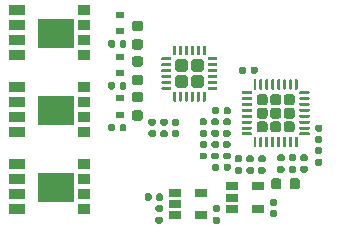
<source format=gbr>
%TF.GenerationSoftware,KiCad,Pcbnew,(5.1.6-0-10_14)*%
%TF.CreationDate,2021-03-14T15:43:45-04:00*%
%TF.ProjectId,F051_ESC,46303531-5f45-4534-932e-6b696361645f,rev?*%
%TF.SameCoordinates,Original*%
%TF.FileFunction,Paste,Bot*%
%TF.FilePolarity,Positive*%
%FSLAX46Y46*%
G04 Gerber Fmt 4.6, Leading zero omitted, Abs format (unit mm)*
G04 Created by KiCad (PCBNEW (5.1.6-0-10_14)) date 2021-03-14 15:43:45*
%MOMM*%
%LPD*%
G01*
G04 APERTURE LIST*
%ADD10C,0.010000*%
%ADD11R,1.060000X0.650000*%
%ADD12R,0.700000X0.600000*%
%ADD13R,1.050000X0.850000*%
%ADD14R,1.450000X0.850000*%
G04 APERTURE END LIST*
D10*
%TO.C,Q5*%
G36*
X227560000Y-74686000D02*
G01*
X230540000Y-74686000D01*
X230540000Y-72314000D01*
X227560000Y-72314000D01*
X227560000Y-74686000D01*
G37*
X227560000Y-74686000D02*
X230540000Y-74686000D01*
X230540000Y-72314000D01*
X227560000Y-72314000D01*
X227560000Y-74686000D01*
%TO.C,Q3*%
G36*
X227560000Y-81186000D02*
G01*
X230540000Y-81186000D01*
X230540000Y-78814000D01*
X227560000Y-78814000D01*
X227560000Y-81186000D01*
G37*
X227560000Y-81186000D02*
X230540000Y-81186000D01*
X230540000Y-78814000D01*
X227560000Y-78814000D01*
X227560000Y-81186000D01*
%TO.C,Q1*%
G36*
X227560000Y-87686000D02*
G01*
X230540000Y-87686000D01*
X230540000Y-85314000D01*
X227560000Y-85314000D01*
X227560000Y-87686000D01*
G37*
X227560000Y-87686000D02*
X230540000Y-87686000D01*
X230540000Y-85314000D01*
X227560000Y-85314000D01*
X227560000Y-87686000D01*
%TD*%
%TO.C,R3*%
G36*
G01*
X237647500Y-89050000D02*
X237992500Y-89050000D01*
G75*
G02*
X238140000Y-89197500I0J-147500D01*
G01*
X238140000Y-89492500D01*
G75*
G02*
X237992500Y-89640000I-147500J0D01*
G01*
X237647500Y-89640000D01*
G75*
G02*
X237500000Y-89492500I0J147500D01*
G01*
X237500000Y-89197500D01*
G75*
G02*
X237647500Y-89050000I147500J0D01*
G01*
G37*
G36*
G01*
X237647500Y-88080000D02*
X237992500Y-88080000D01*
G75*
G02*
X238140000Y-88227500I0J-147500D01*
G01*
X238140000Y-88522500D01*
G75*
G02*
X237992500Y-88670000I-147500J0D01*
G01*
X237647500Y-88670000D01*
G75*
G02*
X237500000Y-88522500I0J147500D01*
G01*
X237500000Y-88227500D01*
G75*
G02*
X237647500Y-88080000I147500J0D01*
G01*
G37*
%TD*%
D11*
%TO.C,U7*%
X241340000Y-88940000D03*
X241340000Y-87040000D03*
X239140000Y-87040000D03*
X239140000Y-87990000D03*
X239140000Y-88940000D03*
%TD*%
%TO.C,C8*%
G36*
G01*
X237170000Y-87237500D02*
X237170000Y-87582500D01*
G75*
G02*
X237022500Y-87730000I-147500J0D01*
G01*
X236727500Y-87730000D01*
G75*
G02*
X236580000Y-87582500I0J147500D01*
G01*
X236580000Y-87237500D01*
G75*
G02*
X236727500Y-87090000I147500J0D01*
G01*
X237022500Y-87090000D01*
G75*
G02*
X237170000Y-87237500I0J-147500D01*
G01*
G37*
G36*
G01*
X238140000Y-87237500D02*
X238140000Y-87582500D01*
G75*
G02*
X237992500Y-87730000I-147500J0D01*
G01*
X237697500Y-87730000D01*
G75*
G02*
X237550000Y-87582500I0J147500D01*
G01*
X237550000Y-87237500D01*
G75*
G02*
X237697500Y-87090000I147500J0D01*
G01*
X237992500Y-87090000D01*
G75*
G02*
X238140000Y-87237500I0J-147500D01*
G01*
G37*
%TD*%
%TO.C,R2*%
G36*
G01*
X242487500Y-89050000D02*
X242832500Y-89050000D01*
G75*
G02*
X242980000Y-89197500I0J-147500D01*
G01*
X242980000Y-89492500D01*
G75*
G02*
X242832500Y-89640000I-147500J0D01*
G01*
X242487500Y-89640000D01*
G75*
G02*
X242340000Y-89492500I0J147500D01*
G01*
X242340000Y-89197500D01*
G75*
G02*
X242487500Y-89050000I147500J0D01*
G01*
G37*
G36*
G01*
X242487500Y-88080000D02*
X242832500Y-88080000D01*
G75*
G02*
X242980000Y-88227500I0J-147500D01*
G01*
X242980000Y-88522500D01*
G75*
G02*
X242832500Y-88670000I-147500J0D01*
G01*
X242487500Y-88670000D01*
G75*
G02*
X242340000Y-88522500I0J147500D01*
G01*
X242340000Y-88227500D01*
G75*
G02*
X242487500Y-88080000I147500J0D01*
G01*
G37*
%TD*%
%TO.C,C7*%
G36*
G01*
X247327500Y-88490000D02*
X247672500Y-88490000D01*
G75*
G02*
X247820000Y-88637500I0J-147500D01*
G01*
X247820000Y-88932500D01*
G75*
G02*
X247672500Y-89080000I-147500J0D01*
G01*
X247327500Y-89080000D01*
G75*
G02*
X247180000Y-88932500I0J147500D01*
G01*
X247180000Y-88637500D01*
G75*
G02*
X247327500Y-88490000I147500J0D01*
G01*
G37*
G36*
G01*
X247327500Y-87520000D02*
X247672500Y-87520000D01*
G75*
G02*
X247820000Y-87667500I0J-147500D01*
G01*
X247820000Y-87962500D01*
G75*
G02*
X247672500Y-88110000I-147500J0D01*
G01*
X247327500Y-88110000D01*
G75*
G02*
X247180000Y-87962500I0J147500D01*
G01*
X247180000Y-87667500D01*
G75*
G02*
X247327500Y-87520000I147500J0D01*
G01*
G37*
%TD*%
%TO.C,FB1*%
G36*
G01*
X248860000Y-86526250D02*
X248860000Y-86013750D01*
G75*
G02*
X249078750Y-85795000I218750J0D01*
G01*
X249516250Y-85795000D01*
G75*
G02*
X249735000Y-86013750I0J-218750D01*
G01*
X249735000Y-86526250D01*
G75*
G02*
X249516250Y-86745000I-218750J0D01*
G01*
X249078750Y-86745000D01*
G75*
G02*
X248860000Y-86526250I0J218750D01*
G01*
G37*
G36*
G01*
X247285000Y-86526250D02*
X247285000Y-86013750D01*
G75*
G02*
X247503750Y-85795000I218750J0D01*
G01*
X247941250Y-85795000D01*
G75*
G02*
X248160000Y-86013750I0J-218750D01*
G01*
X248160000Y-86526250D01*
G75*
G02*
X247941250Y-86745000I-218750J0D01*
G01*
X247503750Y-86745000D01*
G75*
G02*
X247285000Y-86526250I0J218750D01*
G01*
G37*
%TD*%
%TO.C,C6*%
G36*
G01*
X248927500Y-84750000D02*
X249272500Y-84750000D01*
G75*
G02*
X249420000Y-84897500I0J-147500D01*
G01*
X249420000Y-85192500D01*
G75*
G02*
X249272500Y-85340000I-147500J0D01*
G01*
X248927500Y-85340000D01*
G75*
G02*
X248780000Y-85192500I0J147500D01*
G01*
X248780000Y-84897500D01*
G75*
G02*
X248927500Y-84750000I147500J0D01*
G01*
G37*
G36*
G01*
X248927500Y-83780000D02*
X249272500Y-83780000D01*
G75*
G02*
X249420000Y-83927500I0J-147500D01*
G01*
X249420000Y-84222500D01*
G75*
G02*
X249272500Y-84370000I-147500J0D01*
G01*
X248927500Y-84370000D01*
G75*
G02*
X248780000Y-84222500I0J147500D01*
G01*
X248780000Y-83927500D01*
G75*
G02*
X248927500Y-83780000I147500J0D01*
G01*
G37*
%TD*%
%TO.C,U5*%
X246180000Y-88380000D03*
X246180000Y-86480000D03*
X243980000Y-86480000D03*
X243980000Y-87430000D03*
X243980000Y-88380000D03*
%TD*%
D12*
%TO.C,D4*%
X234500000Y-79040000D03*
X234500000Y-80440000D03*
%TD*%
%TO.C,D3*%
X234500000Y-71960000D03*
X234500000Y-73360000D03*
%TD*%
%TO.C,D2*%
X234500000Y-75500000D03*
X234500000Y-76900000D03*
%TD*%
%TO.C,C12*%
G36*
G01*
X235723750Y-77040000D02*
X236236250Y-77040000D01*
G75*
G02*
X236455000Y-77258750I0J-218750D01*
G01*
X236455000Y-77696250D01*
G75*
G02*
X236236250Y-77915000I-218750J0D01*
G01*
X235723750Y-77915000D01*
G75*
G02*
X235505000Y-77696250I0J218750D01*
G01*
X235505000Y-77258750D01*
G75*
G02*
X235723750Y-77040000I218750J0D01*
G01*
G37*
G36*
G01*
X235723750Y-75465000D02*
X236236250Y-75465000D01*
G75*
G02*
X236455000Y-75683750I0J-218750D01*
G01*
X236455000Y-76121250D01*
G75*
G02*
X236236250Y-76340000I-218750J0D01*
G01*
X235723750Y-76340000D01*
G75*
G02*
X235505000Y-76121250I0J218750D01*
G01*
X235505000Y-75683750D01*
G75*
G02*
X235723750Y-75465000I218750J0D01*
G01*
G37*
%TD*%
%TO.C,C11*%
G36*
G01*
X242890000Y-79897500D02*
X242890000Y-80242500D01*
G75*
G02*
X242742500Y-80390000I-147500J0D01*
G01*
X242447500Y-80390000D01*
G75*
G02*
X242300000Y-80242500I0J147500D01*
G01*
X242300000Y-79897500D01*
G75*
G02*
X242447500Y-79750000I147500J0D01*
G01*
X242742500Y-79750000D01*
G75*
G02*
X242890000Y-79897500I0J-147500D01*
G01*
G37*
G36*
G01*
X243860000Y-79897500D02*
X243860000Y-80242500D01*
G75*
G02*
X243712500Y-80390000I-147500J0D01*
G01*
X243417500Y-80390000D01*
G75*
G02*
X243270000Y-80242500I0J147500D01*
G01*
X243270000Y-79897500D01*
G75*
G02*
X243417500Y-79750000I147500J0D01*
G01*
X243712500Y-79750000D01*
G75*
G02*
X243860000Y-79897500I0J-147500D01*
G01*
G37*
%TD*%
%TO.C,R15*%
G36*
G01*
X242377500Y-83620000D02*
X242722500Y-83620000D01*
G75*
G02*
X242870000Y-83767500I0J-147500D01*
G01*
X242870000Y-84062500D01*
G75*
G02*
X242722500Y-84210000I-147500J0D01*
G01*
X242377500Y-84210000D01*
G75*
G02*
X242230000Y-84062500I0J147500D01*
G01*
X242230000Y-83767500D01*
G75*
G02*
X242377500Y-83620000I147500J0D01*
G01*
G37*
G36*
G01*
X242377500Y-82650000D02*
X242722500Y-82650000D01*
G75*
G02*
X242870000Y-82797500I0J-147500D01*
G01*
X242870000Y-83092500D01*
G75*
G02*
X242722500Y-83240000I-147500J0D01*
G01*
X242377500Y-83240000D01*
G75*
G02*
X242230000Y-83092500I0J147500D01*
G01*
X242230000Y-82797500D01*
G75*
G02*
X242377500Y-82650000I147500J0D01*
G01*
G37*
%TD*%
D13*
%TO.C,Q5*%
X231450000Y-75405000D03*
X231450000Y-74135000D03*
X231450000Y-72865000D03*
X231450000Y-71595000D03*
D14*
X225750000Y-71595000D03*
X225750000Y-72865000D03*
X225750000Y-74135000D03*
X225750000Y-75405000D03*
%TD*%
D13*
%TO.C,Q3*%
X231450000Y-81905000D03*
X231450000Y-80635000D03*
X231450000Y-79365000D03*
X231450000Y-78095000D03*
D14*
X225750000Y-78095000D03*
X225750000Y-79365000D03*
X225750000Y-80635000D03*
X225750000Y-81905000D03*
%TD*%
D13*
%TO.C,Q1*%
X231450000Y-88405000D03*
X231450000Y-87135000D03*
X231450000Y-85865000D03*
X231450000Y-84595000D03*
D14*
X225750000Y-84595000D03*
X225750000Y-85865000D03*
X225750000Y-87135000D03*
X225750000Y-88405000D03*
%TD*%
%TO.C,C1*%
G36*
G01*
X251147500Y-84140000D02*
X251492500Y-84140000D01*
G75*
G02*
X251640000Y-84287500I0J-147500D01*
G01*
X251640000Y-84582500D01*
G75*
G02*
X251492500Y-84730000I-147500J0D01*
G01*
X251147500Y-84730000D01*
G75*
G02*
X251000000Y-84582500I0J147500D01*
G01*
X251000000Y-84287500D01*
G75*
G02*
X251147500Y-84140000I147500J0D01*
G01*
G37*
G36*
G01*
X251147500Y-83170000D02*
X251492500Y-83170000D01*
G75*
G02*
X251640000Y-83317500I0J-147500D01*
G01*
X251640000Y-83612500D01*
G75*
G02*
X251492500Y-83760000I-147500J0D01*
G01*
X251147500Y-83760000D01*
G75*
G02*
X251000000Y-83612500I0J147500D01*
G01*
X251000000Y-83317500D01*
G75*
G02*
X251147500Y-83170000I147500J0D01*
G01*
G37*
%TD*%
%TO.C,R24*%
G36*
G01*
X242890000Y-84707500D02*
X242890000Y-85052500D01*
G75*
G02*
X242742500Y-85200000I-147500J0D01*
G01*
X242447500Y-85200000D01*
G75*
G02*
X242300000Y-85052500I0J147500D01*
G01*
X242300000Y-84707500D01*
G75*
G02*
X242447500Y-84560000I147500J0D01*
G01*
X242742500Y-84560000D01*
G75*
G02*
X242890000Y-84707500I0J-147500D01*
G01*
G37*
G36*
G01*
X243860000Y-84707500D02*
X243860000Y-85052500D01*
G75*
G02*
X243712500Y-85200000I-147500J0D01*
G01*
X243417500Y-85200000D01*
G75*
G02*
X243270000Y-85052500I0J147500D01*
G01*
X243270000Y-84707500D01*
G75*
G02*
X243417500Y-84560000I147500J0D01*
G01*
X243712500Y-84560000D01*
G75*
G02*
X243860000Y-84707500I0J-147500D01*
G01*
G37*
%TD*%
%TO.C,R23*%
G36*
G01*
X251147500Y-82230000D02*
X251492500Y-82230000D01*
G75*
G02*
X251640000Y-82377500I0J-147500D01*
G01*
X251640000Y-82672500D01*
G75*
G02*
X251492500Y-82820000I-147500J0D01*
G01*
X251147500Y-82820000D01*
G75*
G02*
X251000000Y-82672500I0J147500D01*
G01*
X251000000Y-82377500D01*
G75*
G02*
X251147500Y-82230000I147500J0D01*
G01*
G37*
G36*
G01*
X251147500Y-81260000D02*
X251492500Y-81260000D01*
G75*
G02*
X251640000Y-81407500I0J-147500D01*
G01*
X251640000Y-81702500D01*
G75*
G02*
X251492500Y-81850000I-147500J0D01*
G01*
X251147500Y-81850000D01*
G75*
G02*
X251000000Y-81702500I0J147500D01*
G01*
X251000000Y-81407500D01*
G75*
G02*
X251147500Y-81260000I147500J0D01*
G01*
G37*
%TD*%
%TO.C,R21*%
G36*
G01*
X244357500Y-84840000D02*
X244702500Y-84840000D01*
G75*
G02*
X244850000Y-84987500I0J-147500D01*
G01*
X244850000Y-85282500D01*
G75*
G02*
X244702500Y-85430000I-147500J0D01*
G01*
X244357500Y-85430000D01*
G75*
G02*
X244210000Y-85282500I0J147500D01*
G01*
X244210000Y-84987500D01*
G75*
G02*
X244357500Y-84840000I147500J0D01*
G01*
G37*
G36*
G01*
X244357500Y-83870000D02*
X244702500Y-83870000D01*
G75*
G02*
X244850000Y-84017500I0J-147500D01*
G01*
X244850000Y-84312500D01*
G75*
G02*
X244702500Y-84460000I-147500J0D01*
G01*
X244357500Y-84460000D01*
G75*
G02*
X244210000Y-84312500I0J147500D01*
G01*
X244210000Y-84017500D01*
G75*
G02*
X244357500Y-83870000I147500J0D01*
G01*
G37*
%TD*%
%TO.C,R20*%
G36*
G01*
X243712500Y-83240000D02*
X243367500Y-83240000D01*
G75*
G02*
X243220000Y-83092500I0J147500D01*
G01*
X243220000Y-82797500D01*
G75*
G02*
X243367500Y-82650000I147500J0D01*
G01*
X243712500Y-82650000D01*
G75*
G02*
X243860000Y-82797500I0J-147500D01*
G01*
X243860000Y-83092500D01*
G75*
G02*
X243712500Y-83240000I-147500J0D01*
G01*
G37*
G36*
G01*
X243712500Y-84210000D02*
X243367500Y-84210000D01*
G75*
G02*
X243220000Y-84062500I0J147500D01*
G01*
X243220000Y-83767500D01*
G75*
G02*
X243367500Y-83620000I147500J0D01*
G01*
X243712500Y-83620000D01*
G75*
G02*
X243860000Y-83767500I0J-147500D01*
G01*
X243860000Y-84062500D01*
G75*
G02*
X243712500Y-84210000I-147500J0D01*
G01*
G37*
%TD*%
%TO.C,R19*%
G36*
G01*
X246682500Y-84460000D02*
X246337500Y-84460000D01*
G75*
G02*
X246190000Y-84312500I0J147500D01*
G01*
X246190000Y-84017500D01*
G75*
G02*
X246337500Y-83870000I147500J0D01*
G01*
X246682500Y-83870000D01*
G75*
G02*
X246830000Y-84017500I0J-147500D01*
G01*
X246830000Y-84312500D01*
G75*
G02*
X246682500Y-84460000I-147500J0D01*
G01*
G37*
G36*
G01*
X246682500Y-85430000D02*
X246337500Y-85430000D01*
G75*
G02*
X246190000Y-85282500I0J147500D01*
G01*
X246190000Y-84987500D01*
G75*
G02*
X246337500Y-84840000I147500J0D01*
G01*
X246682500Y-84840000D01*
G75*
G02*
X246830000Y-84987500I0J-147500D01*
G01*
X246830000Y-85282500D01*
G75*
G02*
X246682500Y-85430000I-147500J0D01*
G01*
G37*
%TD*%
%TO.C,R18*%
G36*
G01*
X245692500Y-84460000D02*
X245347500Y-84460000D01*
G75*
G02*
X245200000Y-84312500I0J147500D01*
G01*
X245200000Y-84017500D01*
G75*
G02*
X245347500Y-83870000I147500J0D01*
G01*
X245692500Y-83870000D01*
G75*
G02*
X245840000Y-84017500I0J-147500D01*
G01*
X245840000Y-84312500D01*
G75*
G02*
X245692500Y-84460000I-147500J0D01*
G01*
G37*
G36*
G01*
X245692500Y-85430000D02*
X245347500Y-85430000D01*
G75*
G02*
X245200000Y-85282500I0J147500D01*
G01*
X245200000Y-84987500D01*
G75*
G02*
X245347500Y-84840000I147500J0D01*
G01*
X245692500Y-84840000D01*
G75*
G02*
X245840000Y-84987500I0J-147500D01*
G01*
X245840000Y-85282500D01*
G75*
G02*
X245692500Y-85430000I-147500J0D01*
G01*
G37*
%TD*%
%TO.C,R17*%
G36*
G01*
X241387500Y-83620000D02*
X241732500Y-83620000D01*
G75*
G02*
X241880000Y-83767500I0J-147500D01*
G01*
X241880000Y-84062500D01*
G75*
G02*
X241732500Y-84210000I-147500J0D01*
G01*
X241387500Y-84210000D01*
G75*
G02*
X241240000Y-84062500I0J147500D01*
G01*
X241240000Y-83767500D01*
G75*
G02*
X241387500Y-83620000I147500J0D01*
G01*
G37*
G36*
G01*
X241387500Y-82650000D02*
X241732500Y-82650000D01*
G75*
G02*
X241880000Y-82797500I0J-147500D01*
G01*
X241880000Y-83092500D01*
G75*
G02*
X241732500Y-83240000I-147500J0D01*
G01*
X241387500Y-83240000D01*
G75*
G02*
X241240000Y-83092500I0J147500D01*
G01*
X241240000Y-82797500D01*
G75*
G02*
X241387500Y-82650000I147500J0D01*
G01*
G37*
%TD*%
%TO.C,R16*%
G36*
G01*
X243367500Y-81710000D02*
X243712500Y-81710000D01*
G75*
G02*
X243860000Y-81857500I0J-147500D01*
G01*
X243860000Y-82152500D01*
G75*
G02*
X243712500Y-82300000I-147500J0D01*
G01*
X243367500Y-82300000D01*
G75*
G02*
X243220000Y-82152500I0J147500D01*
G01*
X243220000Y-81857500D01*
G75*
G02*
X243367500Y-81710000I147500J0D01*
G01*
G37*
G36*
G01*
X243367500Y-80740000D02*
X243712500Y-80740000D01*
G75*
G02*
X243860000Y-80887500I0J-147500D01*
G01*
X243860000Y-81182500D01*
G75*
G02*
X243712500Y-81330000I-147500J0D01*
G01*
X243367500Y-81330000D01*
G75*
G02*
X243220000Y-81182500I0J147500D01*
G01*
X243220000Y-80887500D01*
G75*
G02*
X243367500Y-80740000I147500J0D01*
G01*
G37*
%TD*%
%TO.C,R14*%
G36*
G01*
X241732500Y-81330000D02*
X241387500Y-81330000D01*
G75*
G02*
X241240000Y-81182500I0J147500D01*
G01*
X241240000Y-80887500D01*
G75*
G02*
X241387500Y-80740000I147500J0D01*
G01*
X241732500Y-80740000D01*
G75*
G02*
X241880000Y-80887500I0J-147500D01*
G01*
X241880000Y-81182500D01*
G75*
G02*
X241732500Y-81330000I-147500J0D01*
G01*
G37*
G36*
G01*
X241732500Y-82300000D02*
X241387500Y-82300000D01*
G75*
G02*
X241240000Y-82152500I0J147500D01*
G01*
X241240000Y-81857500D01*
G75*
G02*
X241387500Y-81710000I147500J0D01*
G01*
X241732500Y-81710000D01*
G75*
G02*
X241880000Y-81857500I0J-147500D01*
G01*
X241880000Y-82152500D01*
G75*
G02*
X241732500Y-82300000I-147500J0D01*
G01*
G37*
%TD*%
%TO.C,R13*%
G36*
G01*
X242722500Y-81330000D02*
X242377500Y-81330000D01*
G75*
G02*
X242230000Y-81182500I0J147500D01*
G01*
X242230000Y-80887500D01*
G75*
G02*
X242377500Y-80740000I147500J0D01*
G01*
X242722500Y-80740000D01*
G75*
G02*
X242870000Y-80887500I0J-147500D01*
G01*
X242870000Y-81182500D01*
G75*
G02*
X242722500Y-81330000I-147500J0D01*
G01*
G37*
G36*
G01*
X242722500Y-82300000D02*
X242377500Y-82300000D01*
G75*
G02*
X242230000Y-82152500I0J147500D01*
G01*
X242230000Y-81857500D01*
G75*
G02*
X242377500Y-81710000I147500J0D01*
G01*
X242722500Y-81710000D01*
G75*
G02*
X242870000Y-81857500I0J-147500D01*
G01*
X242870000Y-82152500D01*
G75*
G02*
X242722500Y-82300000I-147500J0D01*
G01*
G37*
%TD*%
%TO.C,R12*%
G36*
G01*
X239382500Y-81350000D02*
X239037500Y-81350000D01*
G75*
G02*
X238890000Y-81202500I0J147500D01*
G01*
X238890000Y-80907500D01*
G75*
G02*
X239037500Y-80760000I147500J0D01*
G01*
X239382500Y-80760000D01*
G75*
G02*
X239530000Y-80907500I0J-147500D01*
G01*
X239530000Y-81202500D01*
G75*
G02*
X239382500Y-81350000I-147500J0D01*
G01*
G37*
G36*
G01*
X239382500Y-82320000D02*
X239037500Y-82320000D01*
G75*
G02*
X238890000Y-82172500I0J147500D01*
G01*
X238890000Y-81877500D01*
G75*
G02*
X239037500Y-81730000I147500J0D01*
G01*
X239382500Y-81730000D01*
G75*
G02*
X239530000Y-81877500I0J-147500D01*
G01*
X239530000Y-82172500D01*
G75*
G02*
X239382500Y-82320000I-147500J0D01*
G01*
G37*
%TD*%
%TO.C,R11*%
G36*
G01*
X234460000Y-81682500D02*
X234460000Y-81337500D01*
G75*
G02*
X234607500Y-81190000I147500J0D01*
G01*
X234902500Y-81190000D01*
G75*
G02*
X235050000Y-81337500I0J-147500D01*
G01*
X235050000Y-81682500D01*
G75*
G02*
X234902500Y-81830000I-147500J0D01*
G01*
X234607500Y-81830000D01*
G75*
G02*
X234460000Y-81682500I0J147500D01*
G01*
G37*
G36*
G01*
X233490000Y-81682500D02*
X233490000Y-81337500D01*
G75*
G02*
X233637500Y-81190000I147500J0D01*
G01*
X233932500Y-81190000D01*
G75*
G02*
X234080000Y-81337500I0J-147500D01*
G01*
X234080000Y-81682500D01*
G75*
G02*
X233932500Y-81830000I-147500J0D01*
G01*
X233637500Y-81830000D01*
G75*
G02*
X233490000Y-81682500I0J147500D01*
G01*
G37*
%TD*%
%TO.C,R10*%
G36*
G01*
X238392500Y-81350000D02*
X238047500Y-81350000D01*
G75*
G02*
X237900000Y-81202500I0J147500D01*
G01*
X237900000Y-80907500D01*
G75*
G02*
X238047500Y-80760000I147500J0D01*
G01*
X238392500Y-80760000D01*
G75*
G02*
X238540000Y-80907500I0J-147500D01*
G01*
X238540000Y-81202500D01*
G75*
G02*
X238392500Y-81350000I-147500J0D01*
G01*
G37*
G36*
G01*
X238392500Y-82320000D02*
X238047500Y-82320000D01*
G75*
G02*
X237900000Y-82172500I0J147500D01*
G01*
X237900000Y-81877500D01*
G75*
G02*
X238047500Y-81730000I147500J0D01*
G01*
X238392500Y-81730000D01*
G75*
G02*
X238540000Y-81877500I0J-147500D01*
G01*
X238540000Y-82172500D01*
G75*
G02*
X238392500Y-82320000I-147500J0D01*
G01*
G37*
%TD*%
%TO.C,R9*%
G36*
G01*
X234460000Y-78142500D02*
X234460000Y-77797500D01*
G75*
G02*
X234607500Y-77650000I147500J0D01*
G01*
X234902500Y-77650000D01*
G75*
G02*
X235050000Y-77797500I0J-147500D01*
G01*
X235050000Y-78142500D01*
G75*
G02*
X234902500Y-78290000I-147500J0D01*
G01*
X234607500Y-78290000D01*
G75*
G02*
X234460000Y-78142500I0J147500D01*
G01*
G37*
G36*
G01*
X233490000Y-78142500D02*
X233490000Y-77797500D01*
G75*
G02*
X233637500Y-77650000I147500J0D01*
G01*
X233932500Y-77650000D01*
G75*
G02*
X234080000Y-77797500I0J-147500D01*
G01*
X234080000Y-78142500D01*
G75*
G02*
X233932500Y-78290000I-147500J0D01*
G01*
X233637500Y-78290000D01*
G75*
G02*
X233490000Y-78142500I0J147500D01*
G01*
G37*
%TD*%
%TO.C,R8*%
G36*
G01*
X237402500Y-81350000D02*
X237057500Y-81350000D01*
G75*
G02*
X236910000Y-81202500I0J147500D01*
G01*
X236910000Y-80907500D01*
G75*
G02*
X237057500Y-80760000I147500J0D01*
G01*
X237402500Y-80760000D01*
G75*
G02*
X237550000Y-80907500I0J-147500D01*
G01*
X237550000Y-81202500D01*
G75*
G02*
X237402500Y-81350000I-147500J0D01*
G01*
G37*
G36*
G01*
X237402500Y-82320000D02*
X237057500Y-82320000D01*
G75*
G02*
X236910000Y-82172500I0J147500D01*
G01*
X236910000Y-81877500D01*
G75*
G02*
X237057500Y-81730000I147500J0D01*
G01*
X237402500Y-81730000D01*
G75*
G02*
X237550000Y-81877500I0J-147500D01*
G01*
X237550000Y-82172500D01*
G75*
G02*
X237402500Y-82320000I-147500J0D01*
G01*
G37*
%TD*%
%TO.C,R7*%
G36*
G01*
X234460000Y-74602500D02*
X234460000Y-74257500D01*
G75*
G02*
X234607500Y-74110000I147500J0D01*
G01*
X234902500Y-74110000D01*
G75*
G02*
X235050000Y-74257500I0J-147500D01*
G01*
X235050000Y-74602500D01*
G75*
G02*
X234902500Y-74750000I-147500J0D01*
G01*
X234607500Y-74750000D01*
G75*
G02*
X234460000Y-74602500I0J147500D01*
G01*
G37*
G36*
G01*
X233490000Y-74602500D02*
X233490000Y-74257500D01*
G75*
G02*
X233637500Y-74110000I147500J0D01*
G01*
X233932500Y-74110000D01*
G75*
G02*
X234080000Y-74257500I0J-147500D01*
G01*
X234080000Y-74602500D01*
G75*
G02*
X233932500Y-74750000I-147500J0D01*
G01*
X233637500Y-74750000D01*
G75*
G02*
X233490000Y-74602500I0J147500D01*
G01*
G37*
%TD*%
%TO.C,C15*%
G36*
G01*
X249917500Y-84750000D02*
X250262500Y-84750000D01*
G75*
G02*
X250410000Y-84897500I0J-147500D01*
G01*
X250410000Y-85192500D01*
G75*
G02*
X250262500Y-85340000I-147500J0D01*
G01*
X249917500Y-85340000D01*
G75*
G02*
X249770000Y-85192500I0J147500D01*
G01*
X249770000Y-84897500D01*
G75*
G02*
X249917500Y-84750000I147500J0D01*
G01*
G37*
G36*
G01*
X249917500Y-83780000D02*
X250262500Y-83780000D01*
G75*
G02*
X250410000Y-83927500I0J-147500D01*
G01*
X250410000Y-84222500D01*
G75*
G02*
X250262500Y-84370000I-147500J0D01*
G01*
X249917500Y-84370000D01*
G75*
G02*
X249770000Y-84222500I0J147500D01*
G01*
X249770000Y-83927500D01*
G75*
G02*
X249917500Y-83780000I147500J0D01*
G01*
G37*
%TD*%
%TO.C,C14*%
G36*
G01*
X235723750Y-80050000D02*
X236236250Y-80050000D01*
G75*
G02*
X236455000Y-80268750I0J-218750D01*
G01*
X236455000Y-80706250D01*
G75*
G02*
X236236250Y-80925000I-218750J0D01*
G01*
X235723750Y-80925000D01*
G75*
G02*
X235505000Y-80706250I0J218750D01*
G01*
X235505000Y-80268750D01*
G75*
G02*
X235723750Y-80050000I218750J0D01*
G01*
G37*
G36*
G01*
X235723750Y-78475000D02*
X236236250Y-78475000D01*
G75*
G02*
X236455000Y-78693750I0J-218750D01*
G01*
X236455000Y-79131250D01*
G75*
G02*
X236236250Y-79350000I-218750J0D01*
G01*
X235723750Y-79350000D01*
G75*
G02*
X235505000Y-79131250I0J218750D01*
G01*
X235505000Y-78693750D01*
G75*
G02*
X235723750Y-78475000I218750J0D01*
G01*
G37*
%TD*%
%TO.C,C13*%
G36*
G01*
X235723750Y-74030000D02*
X236236250Y-74030000D01*
G75*
G02*
X236455000Y-74248750I0J-218750D01*
G01*
X236455000Y-74686250D01*
G75*
G02*
X236236250Y-74905000I-218750J0D01*
G01*
X235723750Y-74905000D01*
G75*
G02*
X235505000Y-74686250I0J218750D01*
G01*
X235505000Y-74248750D01*
G75*
G02*
X235723750Y-74030000I218750J0D01*
G01*
G37*
G36*
G01*
X235723750Y-72455000D02*
X236236250Y-72455000D01*
G75*
G02*
X236455000Y-72673750I0J-218750D01*
G01*
X236455000Y-73111250D01*
G75*
G02*
X236236250Y-73330000I-218750J0D01*
G01*
X235723750Y-73330000D01*
G75*
G02*
X235505000Y-73111250I0J218750D01*
G01*
X235505000Y-72673750D01*
G75*
G02*
X235723750Y-72455000I218750J0D01*
G01*
G37*
%TD*%
%TO.C,C3*%
G36*
G01*
X247937500Y-84750000D02*
X248282500Y-84750000D01*
G75*
G02*
X248430000Y-84897500I0J-147500D01*
G01*
X248430000Y-85192500D01*
G75*
G02*
X248282500Y-85340000I-147500J0D01*
G01*
X247937500Y-85340000D01*
G75*
G02*
X247790000Y-85192500I0J147500D01*
G01*
X247790000Y-84897500D01*
G75*
G02*
X247937500Y-84750000I147500J0D01*
G01*
G37*
G36*
G01*
X247937500Y-83780000D02*
X248282500Y-83780000D01*
G75*
G02*
X248430000Y-83927500I0J-147500D01*
G01*
X248430000Y-84222500D01*
G75*
G02*
X248282500Y-84370000I-147500J0D01*
G01*
X247937500Y-84370000D01*
G75*
G02*
X247790000Y-84222500I0J147500D01*
G01*
X247790000Y-83927500D01*
G75*
G02*
X247937500Y-83780000I147500J0D01*
G01*
G37*
%TD*%
%TO.C,C2*%
G36*
G01*
X245180000Y-76487500D02*
X245180000Y-76832500D01*
G75*
G02*
X245032500Y-76980000I-147500J0D01*
G01*
X244737500Y-76980000D01*
G75*
G02*
X244590000Y-76832500I0J147500D01*
G01*
X244590000Y-76487500D01*
G75*
G02*
X244737500Y-76340000I147500J0D01*
G01*
X245032500Y-76340000D01*
G75*
G02*
X245180000Y-76487500I0J-147500D01*
G01*
G37*
G36*
G01*
X246150000Y-76487500D02*
X246150000Y-76832500D01*
G75*
G02*
X246002500Y-76980000I-147500J0D01*
G01*
X245707500Y-76980000D01*
G75*
G02*
X245560000Y-76832500I0J147500D01*
G01*
X245560000Y-76487500D01*
G75*
G02*
X245707500Y-76340000I147500J0D01*
G01*
X246002500Y-76340000D01*
G75*
G02*
X246150000Y-76487500I0J-147500D01*
G01*
G37*
%TD*%
%TO.C,U2*%
G36*
G01*
X249492500Y-83175000D02*
X249367500Y-83175000D01*
G75*
G02*
X249305000Y-83112500I0J62500D01*
G01*
X249305000Y-82362500D01*
G75*
G02*
X249367500Y-82300000I62500J0D01*
G01*
X249492500Y-82300000D01*
G75*
G02*
X249555000Y-82362500I0J-62500D01*
G01*
X249555000Y-83112500D01*
G75*
G02*
X249492500Y-83175000I-62500J0D01*
G01*
G37*
G36*
G01*
X248992500Y-83175000D02*
X248867500Y-83175000D01*
G75*
G02*
X248805000Y-83112500I0J62500D01*
G01*
X248805000Y-82362500D01*
G75*
G02*
X248867500Y-82300000I62500J0D01*
G01*
X248992500Y-82300000D01*
G75*
G02*
X249055000Y-82362500I0J-62500D01*
G01*
X249055000Y-83112500D01*
G75*
G02*
X248992500Y-83175000I-62500J0D01*
G01*
G37*
G36*
G01*
X248492500Y-83175000D02*
X248367500Y-83175000D01*
G75*
G02*
X248305000Y-83112500I0J62500D01*
G01*
X248305000Y-82362500D01*
G75*
G02*
X248367500Y-82300000I62500J0D01*
G01*
X248492500Y-82300000D01*
G75*
G02*
X248555000Y-82362500I0J-62500D01*
G01*
X248555000Y-83112500D01*
G75*
G02*
X248492500Y-83175000I-62500J0D01*
G01*
G37*
G36*
G01*
X247992500Y-83175000D02*
X247867500Y-83175000D01*
G75*
G02*
X247805000Y-83112500I0J62500D01*
G01*
X247805000Y-82362500D01*
G75*
G02*
X247867500Y-82300000I62500J0D01*
G01*
X247992500Y-82300000D01*
G75*
G02*
X248055000Y-82362500I0J-62500D01*
G01*
X248055000Y-83112500D01*
G75*
G02*
X247992500Y-83175000I-62500J0D01*
G01*
G37*
G36*
G01*
X247492500Y-83175000D02*
X247367500Y-83175000D01*
G75*
G02*
X247305000Y-83112500I0J62500D01*
G01*
X247305000Y-82362500D01*
G75*
G02*
X247367500Y-82300000I62500J0D01*
G01*
X247492500Y-82300000D01*
G75*
G02*
X247555000Y-82362500I0J-62500D01*
G01*
X247555000Y-83112500D01*
G75*
G02*
X247492500Y-83175000I-62500J0D01*
G01*
G37*
G36*
G01*
X246992500Y-83175000D02*
X246867500Y-83175000D01*
G75*
G02*
X246805000Y-83112500I0J62500D01*
G01*
X246805000Y-82362500D01*
G75*
G02*
X246867500Y-82300000I62500J0D01*
G01*
X246992500Y-82300000D01*
G75*
G02*
X247055000Y-82362500I0J-62500D01*
G01*
X247055000Y-83112500D01*
G75*
G02*
X246992500Y-83175000I-62500J0D01*
G01*
G37*
G36*
G01*
X246492500Y-83175000D02*
X246367500Y-83175000D01*
G75*
G02*
X246305000Y-83112500I0J62500D01*
G01*
X246305000Y-82362500D01*
G75*
G02*
X246367500Y-82300000I62500J0D01*
G01*
X246492500Y-82300000D01*
G75*
G02*
X246555000Y-82362500I0J-62500D01*
G01*
X246555000Y-83112500D01*
G75*
G02*
X246492500Y-83175000I-62500J0D01*
G01*
G37*
G36*
G01*
X245992500Y-83175000D02*
X245867500Y-83175000D01*
G75*
G02*
X245805000Y-83112500I0J62500D01*
G01*
X245805000Y-82362500D01*
G75*
G02*
X245867500Y-82300000I62500J0D01*
G01*
X245992500Y-82300000D01*
G75*
G02*
X246055000Y-82362500I0J-62500D01*
G01*
X246055000Y-83112500D01*
G75*
G02*
X245992500Y-83175000I-62500J0D01*
G01*
G37*
G36*
G01*
X245617500Y-82175000D02*
X244867500Y-82175000D01*
G75*
G02*
X244805000Y-82112500I0J62500D01*
G01*
X244805000Y-81987500D01*
G75*
G02*
X244867500Y-81925000I62500J0D01*
G01*
X245617500Y-81925000D01*
G75*
G02*
X245680000Y-81987500I0J-62500D01*
G01*
X245680000Y-82112500D01*
G75*
G02*
X245617500Y-82175000I-62500J0D01*
G01*
G37*
G36*
G01*
X245617500Y-81675000D02*
X244867500Y-81675000D01*
G75*
G02*
X244805000Y-81612500I0J62500D01*
G01*
X244805000Y-81487500D01*
G75*
G02*
X244867500Y-81425000I62500J0D01*
G01*
X245617500Y-81425000D01*
G75*
G02*
X245680000Y-81487500I0J-62500D01*
G01*
X245680000Y-81612500D01*
G75*
G02*
X245617500Y-81675000I-62500J0D01*
G01*
G37*
G36*
G01*
X245617500Y-81175000D02*
X244867500Y-81175000D01*
G75*
G02*
X244805000Y-81112500I0J62500D01*
G01*
X244805000Y-80987500D01*
G75*
G02*
X244867500Y-80925000I62500J0D01*
G01*
X245617500Y-80925000D01*
G75*
G02*
X245680000Y-80987500I0J-62500D01*
G01*
X245680000Y-81112500D01*
G75*
G02*
X245617500Y-81175000I-62500J0D01*
G01*
G37*
G36*
G01*
X245617500Y-80675000D02*
X244867500Y-80675000D01*
G75*
G02*
X244805000Y-80612500I0J62500D01*
G01*
X244805000Y-80487500D01*
G75*
G02*
X244867500Y-80425000I62500J0D01*
G01*
X245617500Y-80425000D01*
G75*
G02*
X245680000Y-80487500I0J-62500D01*
G01*
X245680000Y-80612500D01*
G75*
G02*
X245617500Y-80675000I-62500J0D01*
G01*
G37*
G36*
G01*
X245617500Y-80175000D02*
X244867500Y-80175000D01*
G75*
G02*
X244805000Y-80112500I0J62500D01*
G01*
X244805000Y-79987500D01*
G75*
G02*
X244867500Y-79925000I62500J0D01*
G01*
X245617500Y-79925000D01*
G75*
G02*
X245680000Y-79987500I0J-62500D01*
G01*
X245680000Y-80112500D01*
G75*
G02*
X245617500Y-80175000I-62500J0D01*
G01*
G37*
G36*
G01*
X245617500Y-79675000D02*
X244867500Y-79675000D01*
G75*
G02*
X244805000Y-79612500I0J62500D01*
G01*
X244805000Y-79487500D01*
G75*
G02*
X244867500Y-79425000I62500J0D01*
G01*
X245617500Y-79425000D01*
G75*
G02*
X245680000Y-79487500I0J-62500D01*
G01*
X245680000Y-79612500D01*
G75*
G02*
X245617500Y-79675000I-62500J0D01*
G01*
G37*
G36*
G01*
X245617500Y-79175000D02*
X244867500Y-79175000D01*
G75*
G02*
X244805000Y-79112500I0J62500D01*
G01*
X244805000Y-78987500D01*
G75*
G02*
X244867500Y-78925000I62500J0D01*
G01*
X245617500Y-78925000D01*
G75*
G02*
X245680000Y-78987500I0J-62500D01*
G01*
X245680000Y-79112500D01*
G75*
G02*
X245617500Y-79175000I-62500J0D01*
G01*
G37*
G36*
G01*
X245617500Y-78675000D02*
X244867500Y-78675000D01*
G75*
G02*
X244805000Y-78612500I0J62500D01*
G01*
X244805000Y-78487500D01*
G75*
G02*
X244867500Y-78425000I62500J0D01*
G01*
X245617500Y-78425000D01*
G75*
G02*
X245680000Y-78487500I0J-62500D01*
G01*
X245680000Y-78612500D01*
G75*
G02*
X245617500Y-78675000I-62500J0D01*
G01*
G37*
G36*
G01*
X245992500Y-78300000D02*
X245867500Y-78300000D01*
G75*
G02*
X245805000Y-78237500I0J62500D01*
G01*
X245805000Y-77487500D01*
G75*
G02*
X245867500Y-77425000I62500J0D01*
G01*
X245992500Y-77425000D01*
G75*
G02*
X246055000Y-77487500I0J-62500D01*
G01*
X246055000Y-78237500D01*
G75*
G02*
X245992500Y-78300000I-62500J0D01*
G01*
G37*
G36*
G01*
X246492500Y-78300000D02*
X246367500Y-78300000D01*
G75*
G02*
X246305000Y-78237500I0J62500D01*
G01*
X246305000Y-77487500D01*
G75*
G02*
X246367500Y-77425000I62500J0D01*
G01*
X246492500Y-77425000D01*
G75*
G02*
X246555000Y-77487500I0J-62500D01*
G01*
X246555000Y-78237500D01*
G75*
G02*
X246492500Y-78300000I-62500J0D01*
G01*
G37*
G36*
G01*
X246992500Y-78300000D02*
X246867500Y-78300000D01*
G75*
G02*
X246805000Y-78237500I0J62500D01*
G01*
X246805000Y-77487500D01*
G75*
G02*
X246867500Y-77425000I62500J0D01*
G01*
X246992500Y-77425000D01*
G75*
G02*
X247055000Y-77487500I0J-62500D01*
G01*
X247055000Y-78237500D01*
G75*
G02*
X246992500Y-78300000I-62500J0D01*
G01*
G37*
G36*
G01*
X247492500Y-78300000D02*
X247367500Y-78300000D01*
G75*
G02*
X247305000Y-78237500I0J62500D01*
G01*
X247305000Y-77487500D01*
G75*
G02*
X247367500Y-77425000I62500J0D01*
G01*
X247492500Y-77425000D01*
G75*
G02*
X247555000Y-77487500I0J-62500D01*
G01*
X247555000Y-78237500D01*
G75*
G02*
X247492500Y-78300000I-62500J0D01*
G01*
G37*
G36*
G01*
X247992500Y-78300000D02*
X247867500Y-78300000D01*
G75*
G02*
X247805000Y-78237500I0J62500D01*
G01*
X247805000Y-77487500D01*
G75*
G02*
X247867500Y-77425000I62500J0D01*
G01*
X247992500Y-77425000D01*
G75*
G02*
X248055000Y-77487500I0J-62500D01*
G01*
X248055000Y-78237500D01*
G75*
G02*
X247992500Y-78300000I-62500J0D01*
G01*
G37*
G36*
G01*
X248492500Y-78300000D02*
X248367500Y-78300000D01*
G75*
G02*
X248305000Y-78237500I0J62500D01*
G01*
X248305000Y-77487500D01*
G75*
G02*
X248367500Y-77425000I62500J0D01*
G01*
X248492500Y-77425000D01*
G75*
G02*
X248555000Y-77487500I0J-62500D01*
G01*
X248555000Y-78237500D01*
G75*
G02*
X248492500Y-78300000I-62500J0D01*
G01*
G37*
G36*
G01*
X248992500Y-78300000D02*
X248867500Y-78300000D01*
G75*
G02*
X248805000Y-78237500I0J62500D01*
G01*
X248805000Y-77487500D01*
G75*
G02*
X248867500Y-77425000I62500J0D01*
G01*
X248992500Y-77425000D01*
G75*
G02*
X249055000Y-77487500I0J-62500D01*
G01*
X249055000Y-78237500D01*
G75*
G02*
X248992500Y-78300000I-62500J0D01*
G01*
G37*
G36*
G01*
X249492500Y-78300000D02*
X249367500Y-78300000D01*
G75*
G02*
X249305000Y-78237500I0J62500D01*
G01*
X249305000Y-77487500D01*
G75*
G02*
X249367500Y-77425000I62500J0D01*
G01*
X249492500Y-77425000D01*
G75*
G02*
X249555000Y-77487500I0J-62500D01*
G01*
X249555000Y-78237500D01*
G75*
G02*
X249492500Y-78300000I-62500J0D01*
G01*
G37*
G36*
G01*
X250492500Y-78675000D02*
X249742500Y-78675000D01*
G75*
G02*
X249680000Y-78612500I0J62500D01*
G01*
X249680000Y-78487500D01*
G75*
G02*
X249742500Y-78425000I62500J0D01*
G01*
X250492500Y-78425000D01*
G75*
G02*
X250555000Y-78487500I0J-62500D01*
G01*
X250555000Y-78612500D01*
G75*
G02*
X250492500Y-78675000I-62500J0D01*
G01*
G37*
G36*
G01*
X250492500Y-79175000D02*
X249742500Y-79175000D01*
G75*
G02*
X249680000Y-79112500I0J62500D01*
G01*
X249680000Y-78987500D01*
G75*
G02*
X249742500Y-78925000I62500J0D01*
G01*
X250492500Y-78925000D01*
G75*
G02*
X250555000Y-78987500I0J-62500D01*
G01*
X250555000Y-79112500D01*
G75*
G02*
X250492500Y-79175000I-62500J0D01*
G01*
G37*
G36*
G01*
X250492500Y-79675000D02*
X249742500Y-79675000D01*
G75*
G02*
X249680000Y-79612500I0J62500D01*
G01*
X249680000Y-79487500D01*
G75*
G02*
X249742500Y-79425000I62500J0D01*
G01*
X250492500Y-79425000D01*
G75*
G02*
X250555000Y-79487500I0J-62500D01*
G01*
X250555000Y-79612500D01*
G75*
G02*
X250492500Y-79675000I-62500J0D01*
G01*
G37*
G36*
G01*
X250492500Y-80175000D02*
X249742500Y-80175000D01*
G75*
G02*
X249680000Y-80112500I0J62500D01*
G01*
X249680000Y-79987500D01*
G75*
G02*
X249742500Y-79925000I62500J0D01*
G01*
X250492500Y-79925000D01*
G75*
G02*
X250555000Y-79987500I0J-62500D01*
G01*
X250555000Y-80112500D01*
G75*
G02*
X250492500Y-80175000I-62500J0D01*
G01*
G37*
G36*
G01*
X250492500Y-80675000D02*
X249742500Y-80675000D01*
G75*
G02*
X249680000Y-80612500I0J62500D01*
G01*
X249680000Y-80487500D01*
G75*
G02*
X249742500Y-80425000I62500J0D01*
G01*
X250492500Y-80425000D01*
G75*
G02*
X250555000Y-80487500I0J-62500D01*
G01*
X250555000Y-80612500D01*
G75*
G02*
X250492500Y-80675000I-62500J0D01*
G01*
G37*
G36*
G01*
X250492500Y-81175000D02*
X249742500Y-81175000D01*
G75*
G02*
X249680000Y-81112500I0J62500D01*
G01*
X249680000Y-80987500D01*
G75*
G02*
X249742500Y-80925000I62500J0D01*
G01*
X250492500Y-80925000D01*
G75*
G02*
X250555000Y-80987500I0J-62500D01*
G01*
X250555000Y-81112500D01*
G75*
G02*
X250492500Y-81175000I-62500J0D01*
G01*
G37*
G36*
G01*
X250492500Y-81675000D02*
X249742500Y-81675000D01*
G75*
G02*
X249680000Y-81612500I0J62500D01*
G01*
X249680000Y-81487500D01*
G75*
G02*
X249742500Y-81425000I62500J0D01*
G01*
X250492500Y-81425000D01*
G75*
G02*
X250555000Y-81487500I0J-62500D01*
G01*
X250555000Y-81612500D01*
G75*
G02*
X250492500Y-81675000I-62500J0D01*
G01*
G37*
G36*
G01*
X250492500Y-82175000D02*
X249742500Y-82175000D01*
G75*
G02*
X249680000Y-82112500I0J62500D01*
G01*
X249680000Y-81987500D01*
G75*
G02*
X249742500Y-81925000I62500J0D01*
G01*
X250492500Y-81925000D01*
G75*
G02*
X250555000Y-81987500I0J-62500D01*
G01*
X250555000Y-82112500D01*
G75*
G02*
X250492500Y-82175000I-62500J0D01*
G01*
G37*
G36*
G01*
X249062500Y-81915000D02*
X248597500Y-81915000D01*
G75*
G02*
X248365000Y-81682500I0J232500D01*
G01*
X248365000Y-81217500D01*
G75*
G02*
X248597500Y-80985000I232500J0D01*
G01*
X249062500Y-80985000D01*
G75*
G02*
X249295000Y-81217500I0J-232500D01*
G01*
X249295000Y-81682500D01*
G75*
G02*
X249062500Y-81915000I-232500J0D01*
G01*
G37*
G36*
G01*
X247912500Y-81915000D02*
X247447500Y-81915000D01*
G75*
G02*
X247215000Y-81682500I0J232500D01*
G01*
X247215000Y-81217500D01*
G75*
G02*
X247447500Y-80985000I232500J0D01*
G01*
X247912500Y-80985000D01*
G75*
G02*
X248145000Y-81217500I0J-232500D01*
G01*
X248145000Y-81682500D01*
G75*
G02*
X247912500Y-81915000I-232500J0D01*
G01*
G37*
G36*
G01*
X246762500Y-81915000D02*
X246297500Y-81915000D01*
G75*
G02*
X246065000Y-81682500I0J232500D01*
G01*
X246065000Y-81217500D01*
G75*
G02*
X246297500Y-80985000I232500J0D01*
G01*
X246762500Y-80985000D01*
G75*
G02*
X246995000Y-81217500I0J-232500D01*
G01*
X246995000Y-81682500D01*
G75*
G02*
X246762500Y-81915000I-232500J0D01*
G01*
G37*
G36*
G01*
X249062500Y-80765000D02*
X248597500Y-80765000D01*
G75*
G02*
X248365000Y-80532500I0J232500D01*
G01*
X248365000Y-80067500D01*
G75*
G02*
X248597500Y-79835000I232500J0D01*
G01*
X249062500Y-79835000D01*
G75*
G02*
X249295000Y-80067500I0J-232500D01*
G01*
X249295000Y-80532500D01*
G75*
G02*
X249062500Y-80765000I-232500J0D01*
G01*
G37*
G36*
G01*
X247912500Y-80765000D02*
X247447500Y-80765000D01*
G75*
G02*
X247215000Y-80532500I0J232500D01*
G01*
X247215000Y-80067500D01*
G75*
G02*
X247447500Y-79835000I232500J0D01*
G01*
X247912500Y-79835000D01*
G75*
G02*
X248145000Y-80067500I0J-232500D01*
G01*
X248145000Y-80532500D01*
G75*
G02*
X247912500Y-80765000I-232500J0D01*
G01*
G37*
G36*
G01*
X246762500Y-80765000D02*
X246297500Y-80765000D01*
G75*
G02*
X246065000Y-80532500I0J232500D01*
G01*
X246065000Y-80067500D01*
G75*
G02*
X246297500Y-79835000I232500J0D01*
G01*
X246762500Y-79835000D01*
G75*
G02*
X246995000Y-80067500I0J-232500D01*
G01*
X246995000Y-80532500D01*
G75*
G02*
X246762500Y-80765000I-232500J0D01*
G01*
G37*
G36*
G01*
X249062500Y-79615000D02*
X248597500Y-79615000D01*
G75*
G02*
X248365000Y-79382500I0J232500D01*
G01*
X248365000Y-78917500D01*
G75*
G02*
X248597500Y-78685000I232500J0D01*
G01*
X249062500Y-78685000D01*
G75*
G02*
X249295000Y-78917500I0J-232500D01*
G01*
X249295000Y-79382500D01*
G75*
G02*
X249062500Y-79615000I-232500J0D01*
G01*
G37*
G36*
G01*
X247912500Y-79615000D02*
X247447500Y-79615000D01*
G75*
G02*
X247215000Y-79382500I0J232500D01*
G01*
X247215000Y-78917500D01*
G75*
G02*
X247447500Y-78685000I232500J0D01*
G01*
X247912500Y-78685000D01*
G75*
G02*
X248145000Y-78917500I0J-232500D01*
G01*
X248145000Y-79382500D01*
G75*
G02*
X247912500Y-79615000I-232500J0D01*
G01*
G37*
G36*
G01*
X246762500Y-79615000D02*
X246297500Y-79615000D01*
G75*
G02*
X246065000Y-79382500I0J232500D01*
G01*
X246065000Y-78917500D01*
G75*
G02*
X246297500Y-78685000I232500J0D01*
G01*
X246762500Y-78685000D01*
G75*
G02*
X246995000Y-78917500I0J-232500D01*
G01*
X246995000Y-79382500D01*
G75*
G02*
X246762500Y-79615000I-232500J0D01*
G01*
G37*
%TD*%
%TO.C,U1*%
G36*
G01*
X242755000Y-75627500D02*
X242755000Y-75752500D01*
G75*
G02*
X242692500Y-75815000I-62500J0D01*
G01*
X241992500Y-75815000D01*
G75*
G02*
X241930000Y-75752500I0J62500D01*
G01*
X241930000Y-75627500D01*
G75*
G02*
X241992500Y-75565000I62500J0D01*
G01*
X242692500Y-75565000D01*
G75*
G02*
X242755000Y-75627500I0J-62500D01*
G01*
G37*
G36*
G01*
X242755000Y-76127500D02*
X242755000Y-76252500D01*
G75*
G02*
X242692500Y-76315000I-62500J0D01*
G01*
X241992500Y-76315000D01*
G75*
G02*
X241930000Y-76252500I0J62500D01*
G01*
X241930000Y-76127500D01*
G75*
G02*
X241992500Y-76065000I62500J0D01*
G01*
X242692500Y-76065000D01*
G75*
G02*
X242755000Y-76127500I0J-62500D01*
G01*
G37*
G36*
G01*
X242755000Y-76627500D02*
X242755000Y-76752500D01*
G75*
G02*
X242692500Y-76815000I-62500J0D01*
G01*
X241992500Y-76815000D01*
G75*
G02*
X241930000Y-76752500I0J62500D01*
G01*
X241930000Y-76627500D01*
G75*
G02*
X241992500Y-76565000I62500J0D01*
G01*
X242692500Y-76565000D01*
G75*
G02*
X242755000Y-76627500I0J-62500D01*
G01*
G37*
G36*
G01*
X242755000Y-77127500D02*
X242755000Y-77252500D01*
G75*
G02*
X242692500Y-77315000I-62500J0D01*
G01*
X241992500Y-77315000D01*
G75*
G02*
X241930000Y-77252500I0J62500D01*
G01*
X241930000Y-77127500D01*
G75*
G02*
X241992500Y-77065000I62500J0D01*
G01*
X242692500Y-77065000D01*
G75*
G02*
X242755000Y-77127500I0J-62500D01*
G01*
G37*
G36*
G01*
X242755000Y-77627500D02*
X242755000Y-77752500D01*
G75*
G02*
X242692500Y-77815000I-62500J0D01*
G01*
X241992500Y-77815000D01*
G75*
G02*
X241930000Y-77752500I0J62500D01*
G01*
X241930000Y-77627500D01*
G75*
G02*
X241992500Y-77565000I62500J0D01*
G01*
X242692500Y-77565000D01*
G75*
G02*
X242755000Y-77627500I0J-62500D01*
G01*
G37*
G36*
G01*
X242755000Y-78127500D02*
X242755000Y-78252500D01*
G75*
G02*
X242692500Y-78315000I-62500J0D01*
G01*
X241992500Y-78315000D01*
G75*
G02*
X241930000Y-78252500I0J62500D01*
G01*
X241930000Y-78127500D01*
G75*
G02*
X241992500Y-78065000I62500J0D01*
G01*
X242692500Y-78065000D01*
G75*
G02*
X242755000Y-78127500I0J-62500D01*
G01*
G37*
G36*
G01*
X241755000Y-78552500D02*
X241755000Y-79252500D01*
G75*
G02*
X241692500Y-79315000I-62500J0D01*
G01*
X241567500Y-79315000D01*
G75*
G02*
X241505000Y-79252500I0J62500D01*
G01*
X241505000Y-78552500D01*
G75*
G02*
X241567500Y-78490000I62500J0D01*
G01*
X241692500Y-78490000D01*
G75*
G02*
X241755000Y-78552500I0J-62500D01*
G01*
G37*
G36*
G01*
X241255000Y-78552500D02*
X241255000Y-79252500D01*
G75*
G02*
X241192500Y-79315000I-62500J0D01*
G01*
X241067500Y-79315000D01*
G75*
G02*
X241005000Y-79252500I0J62500D01*
G01*
X241005000Y-78552500D01*
G75*
G02*
X241067500Y-78490000I62500J0D01*
G01*
X241192500Y-78490000D01*
G75*
G02*
X241255000Y-78552500I0J-62500D01*
G01*
G37*
G36*
G01*
X240755000Y-78552500D02*
X240755000Y-79252500D01*
G75*
G02*
X240692500Y-79315000I-62500J0D01*
G01*
X240567500Y-79315000D01*
G75*
G02*
X240505000Y-79252500I0J62500D01*
G01*
X240505000Y-78552500D01*
G75*
G02*
X240567500Y-78490000I62500J0D01*
G01*
X240692500Y-78490000D01*
G75*
G02*
X240755000Y-78552500I0J-62500D01*
G01*
G37*
G36*
G01*
X240255000Y-78552500D02*
X240255000Y-79252500D01*
G75*
G02*
X240192500Y-79315000I-62500J0D01*
G01*
X240067500Y-79315000D01*
G75*
G02*
X240005000Y-79252500I0J62500D01*
G01*
X240005000Y-78552500D01*
G75*
G02*
X240067500Y-78490000I62500J0D01*
G01*
X240192500Y-78490000D01*
G75*
G02*
X240255000Y-78552500I0J-62500D01*
G01*
G37*
G36*
G01*
X239755000Y-78552500D02*
X239755000Y-79252500D01*
G75*
G02*
X239692500Y-79315000I-62500J0D01*
G01*
X239567500Y-79315000D01*
G75*
G02*
X239505000Y-79252500I0J62500D01*
G01*
X239505000Y-78552500D01*
G75*
G02*
X239567500Y-78490000I62500J0D01*
G01*
X239692500Y-78490000D01*
G75*
G02*
X239755000Y-78552500I0J-62500D01*
G01*
G37*
G36*
G01*
X239255000Y-78552500D02*
X239255000Y-79252500D01*
G75*
G02*
X239192500Y-79315000I-62500J0D01*
G01*
X239067500Y-79315000D01*
G75*
G02*
X239005000Y-79252500I0J62500D01*
G01*
X239005000Y-78552500D01*
G75*
G02*
X239067500Y-78490000I62500J0D01*
G01*
X239192500Y-78490000D01*
G75*
G02*
X239255000Y-78552500I0J-62500D01*
G01*
G37*
G36*
G01*
X238830000Y-78127500D02*
X238830000Y-78252500D01*
G75*
G02*
X238767500Y-78315000I-62500J0D01*
G01*
X238067500Y-78315000D01*
G75*
G02*
X238005000Y-78252500I0J62500D01*
G01*
X238005000Y-78127500D01*
G75*
G02*
X238067500Y-78065000I62500J0D01*
G01*
X238767500Y-78065000D01*
G75*
G02*
X238830000Y-78127500I0J-62500D01*
G01*
G37*
G36*
G01*
X238830000Y-77627500D02*
X238830000Y-77752500D01*
G75*
G02*
X238767500Y-77815000I-62500J0D01*
G01*
X238067500Y-77815000D01*
G75*
G02*
X238005000Y-77752500I0J62500D01*
G01*
X238005000Y-77627500D01*
G75*
G02*
X238067500Y-77565000I62500J0D01*
G01*
X238767500Y-77565000D01*
G75*
G02*
X238830000Y-77627500I0J-62500D01*
G01*
G37*
G36*
G01*
X238830000Y-77127500D02*
X238830000Y-77252500D01*
G75*
G02*
X238767500Y-77315000I-62500J0D01*
G01*
X238067500Y-77315000D01*
G75*
G02*
X238005000Y-77252500I0J62500D01*
G01*
X238005000Y-77127500D01*
G75*
G02*
X238067500Y-77065000I62500J0D01*
G01*
X238767500Y-77065000D01*
G75*
G02*
X238830000Y-77127500I0J-62500D01*
G01*
G37*
G36*
G01*
X238830000Y-76627500D02*
X238830000Y-76752500D01*
G75*
G02*
X238767500Y-76815000I-62500J0D01*
G01*
X238067500Y-76815000D01*
G75*
G02*
X238005000Y-76752500I0J62500D01*
G01*
X238005000Y-76627500D01*
G75*
G02*
X238067500Y-76565000I62500J0D01*
G01*
X238767500Y-76565000D01*
G75*
G02*
X238830000Y-76627500I0J-62500D01*
G01*
G37*
G36*
G01*
X238830000Y-76127500D02*
X238830000Y-76252500D01*
G75*
G02*
X238767500Y-76315000I-62500J0D01*
G01*
X238067500Y-76315000D01*
G75*
G02*
X238005000Y-76252500I0J62500D01*
G01*
X238005000Y-76127500D01*
G75*
G02*
X238067500Y-76065000I62500J0D01*
G01*
X238767500Y-76065000D01*
G75*
G02*
X238830000Y-76127500I0J-62500D01*
G01*
G37*
G36*
G01*
X238830000Y-75627500D02*
X238830000Y-75752500D01*
G75*
G02*
X238767500Y-75815000I-62500J0D01*
G01*
X238067500Y-75815000D01*
G75*
G02*
X238005000Y-75752500I0J62500D01*
G01*
X238005000Y-75627500D01*
G75*
G02*
X238067500Y-75565000I62500J0D01*
G01*
X238767500Y-75565000D01*
G75*
G02*
X238830000Y-75627500I0J-62500D01*
G01*
G37*
G36*
G01*
X239255000Y-74627500D02*
X239255000Y-75327500D01*
G75*
G02*
X239192500Y-75390000I-62500J0D01*
G01*
X239067500Y-75390000D01*
G75*
G02*
X239005000Y-75327500I0J62500D01*
G01*
X239005000Y-74627500D01*
G75*
G02*
X239067500Y-74565000I62500J0D01*
G01*
X239192500Y-74565000D01*
G75*
G02*
X239255000Y-74627500I0J-62500D01*
G01*
G37*
G36*
G01*
X239755000Y-74627500D02*
X239755000Y-75327500D01*
G75*
G02*
X239692500Y-75390000I-62500J0D01*
G01*
X239567500Y-75390000D01*
G75*
G02*
X239505000Y-75327500I0J62500D01*
G01*
X239505000Y-74627500D01*
G75*
G02*
X239567500Y-74565000I62500J0D01*
G01*
X239692500Y-74565000D01*
G75*
G02*
X239755000Y-74627500I0J-62500D01*
G01*
G37*
G36*
G01*
X240255000Y-74627500D02*
X240255000Y-75327500D01*
G75*
G02*
X240192500Y-75390000I-62500J0D01*
G01*
X240067500Y-75390000D01*
G75*
G02*
X240005000Y-75327500I0J62500D01*
G01*
X240005000Y-74627500D01*
G75*
G02*
X240067500Y-74565000I62500J0D01*
G01*
X240192500Y-74565000D01*
G75*
G02*
X240255000Y-74627500I0J-62500D01*
G01*
G37*
G36*
G01*
X240755000Y-74627500D02*
X240755000Y-75327500D01*
G75*
G02*
X240692500Y-75390000I-62500J0D01*
G01*
X240567500Y-75390000D01*
G75*
G02*
X240505000Y-75327500I0J62500D01*
G01*
X240505000Y-74627500D01*
G75*
G02*
X240567500Y-74565000I62500J0D01*
G01*
X240692500Y-74565000D01*
G75*
G02*
X240755000Y-74627500I0J-62500D01*
G01*
G37*
G36*
G01*
X241255000Y-74627500D02*
X241255000Y-75327500D01*
G75*
G02*
X241192500Y-75390000I-62500J0D01*
G01*
X241067500Y-75390000D01*
G75*
G02*
X241005000Y-75327500I0J62500D01*
G01*
X241005000Y-74627500D01*
G75*
G02*
X241067500Y-74565000I62500J0D01*
G01*
X241192500Y-74565000D01*
G75*
G02*
X241255000Y-74627500I0J-62500D01*
G01*
G37*
G36*
G01*
X241755000Y-74627500D02*
X241755000Y-75327500D01*
G75*
G02*
X241692500Y-75390000I-62500J0D01*
G01*
X241567500Y-75390000D01*
G75*
G02*
X241505000Y-75327500I0J62500D01*
G01*
X241505000Y-74627500D01*
G75*
G02*
X241567500Y-74565000I62500J0D01*
G01*
X241692500Y-74565000D01*
G75*
G02*
X241755000Y-74627500I0J-62500D01*
G01*
G37*
G36*
G01*
X241600000Y-75970000D02*
X241600000Y-76560000D01*
G75*
G02*
X241350000Y-76810000I-250000J0D01*
G01*
X240760000Y-76810000D01*
G75*
G02*
X240510000Y-76560000I0J250000D01*
G01*
X240510000Y-75970000D01*
G75*
G02*
X240760000Y-75720000I250000J0D01*
G01*
X241350000Y-75720000D01*
G75*
G02*
X241600000Y-75970000I0J-250000D01*
G01*
G37*
G36*
G01*
X241600000Y-77320000D02*
X241600000Y-77910000D01*
G75*
G02*
X241350000Y-78160000I-250000J0D01*
G01*
X240760000Y-78160000D01*
G75*
G02*
X240510000Y-77910000I0J250000D01*
G01*
X240510000Y-77320000D01*
G75*
G02*
X240760000Y-77070000I250000J0D01*
G01*
X241350000Y-77070000D01*
G75*
G02*
X241600000Y-77320000I0J-250000D01*
G01*
G37*
G36*
G01*
X240250000Y-75970000D02*
X240250000Y-76560000D01*
G75*
G02*
X240000000Y-76810000I-250000J0D01*
G01*
X239410000Y-76810000D01*
G75*
G02*
X239160000Y-76560000I0J250000D01*
G01*
X239160000Y-75970000D01*
G75*
G02*
X239410000Y-75720000I250000J0D01*
G01*
X240000000Y-75720000D01*
G75*
G02*
X240250000Y-75970000I0J-250000D01*
G01*
G37*
G36*
G01*
X240250000Y-77320000D02*
X240250000Y-77910000D01*
G75*
G02*
X240000000Y-78160000I-250000J0D01*
G01*
X239410000Y-78160000D01*
G75*
G02*
X239160000Y-77910000I0J250000D01*
G01*
X239160000Y-77320000D01*
G75*
G02*
X239410000Y-77070000I250000J0D01*
G01*
X240000000Y-77070000D01*
G75*
G02*
X240250000Y-77320000I0J-250000D01*
G01*
G37*
%TD*%
M02*

</source>
